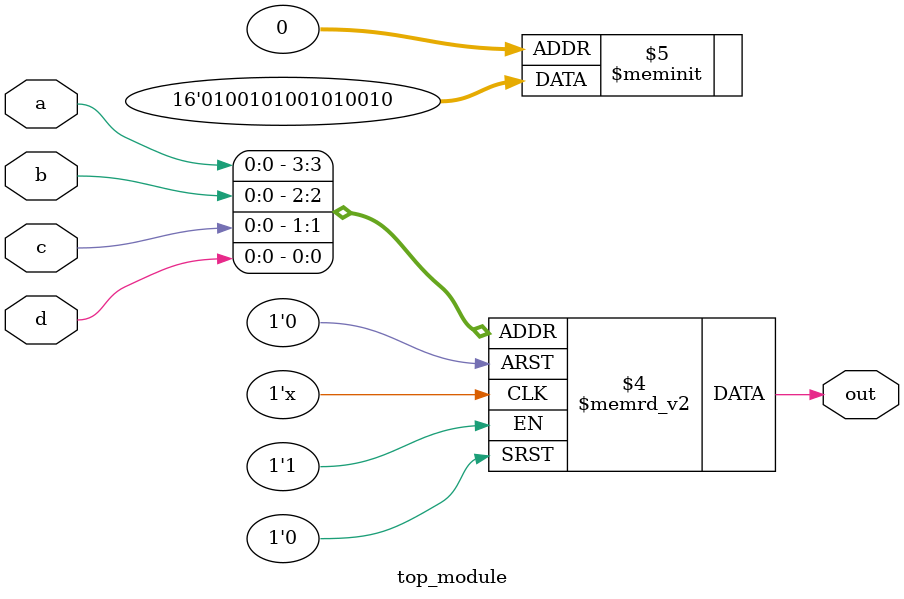
<source format=sv>
module top_module (
    input a, 
    input b,
    input c,
    input d,
    output reg out
);

    always @(*) begin
        case({a,b,c,d})
            4'b0000: out = 1'b0;
            4'b0001: out = 1'b1;
            4'b0010: out = 1'b0;
            4'b0011: out = 1'b0;
            4'b0100: out = 1'b1;
            4'b0101: out = 1'b0;
            4'b0110: out = 1'b1;
            4'b0111: out = 1'b0;
            4'b1000: out = 1'b0; 
            4'b1001: out = 1'b1;
            4'b1010: out = 1'b0;
            4'b1011: out = 1'b1;
            4'b1100: out = 1'b0;
            4'b1101: out = 1'b0;
            4'b1110: out = 1'b1;
            4'b1111: out = 1'b0;
        endcase
    end

endmodule

</source>
